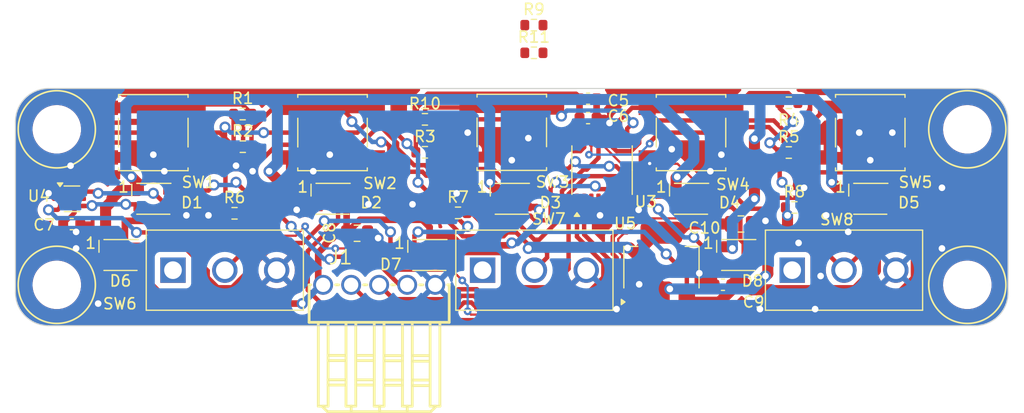
<source format=kicad_pcb>
(kicad_pcb (version 20221018) (generator pcbnew)
  (layers (0 "F.Cu" signal) (31 "B.Cu" signal) (34 "B.Paste" user) (35 "F.Paste" user) (36 "B.SilkS" user "B.Silkscreen") (37 "F.SilkS" user "F.Silkscreen") (38 "B.Mask" user) (39 "F.Mask" user) (44 "Edge.Cuts" user))
  (net 0 "")
  (net 1 "GND")
  (net 2 "+3V3")
  (net 3 "SDA")
  (net 4 "Net-(D3-DOUT)")
  (net 5 "Net-(D4-DOUT)")
  (net 6 "/SW1")
  (net 7 "/SW2")
  (net 8 "SCL")
  (net 9 "/SW3")
  (net 10 "/SW4")
  (net 11 "/SW5")
  (net 12 "/SW6")
  (net 13 "/SW7")
  (net 14 "LED")
  (net 15 "Net-(D1-DIN)")
  (net 16 "+5V")
  (net 17 "/WS2812_SINK")
  (net 18 "Net-(D1-DOUT)")
  (net 19 "Net-(D2-DOUT)")
  (net 20 "/SW8")
  (net 21 "Net-(U3-~{RESET})")
  (net 25 "Net-(D5-DOUT)")
  (net 26 "Net-(D6-DOUT)")
  (net 27 "Net-(D7-DOUT)")
  (footprint "Capacitor_SMD:C_0805_2012Metric" (layer "F.Cu") (at 156.275 97.285)
    (fp_text reference "C10")
    (fp_text value "10u")
  )
  (footprint "Resistor_SMD:R_0603_1608Metric" (layer "F.Cu") (at 137.505 79.255)
    (fp_text reference "R9")
    (fp_text value "10k")
  )
  (footprint "Resistor_SMD:R_0603_1608Metric" (layer "F.Cu") (at 130.625 96.275)
    (fp_text reference "R7")
    (fp_text value "10k")
  )
  (footprint "RP2040_minimal:MountingHole_3.9mm_Plastite_#6" (layer "F.Cu") (at 176.8 88.7)
    (fp_text reference "H3" hide)
    (fp_text value "MountingHole")
  )
  (footprint "Capacitor_SMD:C_0603_1608Metric" (layer "F.Cu") (at 154.645 102.795 180)
    (fp_text reference "C9")
    (fp_text value "1u")
  )
  (footprint "Resistor_SMD:R_0603_1608Metric" (layer "F.Cu") (at 160.615 90.805)
    (fp_text reference "R5")
    (fp_text value "10k")
  )
  (footprint "Resistor_SMD:R_0603_1608Metric" (layer "F.Cu") (at 127.625 90.785)
    (fp_text reference "R3")
    (fp_text value "10k")
  )
  (footprint "Resistor_SMD:R_0603_1608Metric" (layer "F.Cu") (at 161.125 95.785)
    (fp_text reference "R8")
    (fp_text value "10k")
  )
  (footprint "Capacitor_SMD:C_0603_1608Metric" (layer "F.Cu") (at 95.605 97.295)
    (fp_text reference "C7")
    (fp_text value "100n")
  )
  (footprint "Button_Switch_SMD:SW_SPST_B3S-1000" (layer "F.Cu") (at 168 89)
    (fp_text reference "SW5")
    (fp_text value "SW_SPST")
  )
  (footprint "parts:CS12ANW03" (layer "F.Cu") (at 104.7842 101.471 90)
    (fp_text reference "SW6")
    (fp_text value "SW_SPDT" hide)
  )
  (footprint "RP2040_minimal:LED_WS2812_3528_3.5x2.8mm_P1.5mm" (layer "F.Cu") (at 119.25 95)
    (fp_text reference "D2")
    (fp_text value "WS2812B")
  )
  (footprint "RP2040_minimal:LED_WS2812_3528_3.5x2.8mm_P1.5mm" (layer "F.Cu") (at 151.75 95)
    (fp_text reference "D4")
    (fp_text value "WS2812B")
  )
  (footprint "Button_Switch_SMD:SW_SPST_B3S-1000" (layer "F.Cu") (at 103 89)
    (fp_text reference "SW1")
    (fp_text value "SW_SPST")
  )
  (footprint "RP2040_minimal:LED_WS2812_3528_3.5x2.8mm_P1.5mm" (layer "F.Cu") (at 135.5 95)
    (fp_text reference "D3")
    (fp_text value "WS2812B")
  )
  (footprint "Resistor_SMD:R_0603_1608Metric" (layer "F.Cu") (at 110.365 96.315)
    (fp_text reference "R6")
    (fp_text value "10k")
  )
  (footprint "RP2040_minimal:LED_WS2812_3528_3.5x2.8mm_P1.5mm" (layer "F.Cu") (at 100.025 100.096)
    (fp_text reference "D6")
    (fp_text value "WS2812B")
  )
  (footprint "Capacitor_SMD:C_0603_1608Metric" (layer "F.Cu") (at 142.41566 85.921446 180)
    (fp_text reference "C5")
    (fp_text value "1u")
  )
  (footprint "Resistor_SMD:R_0603_1608Metric" (layer "F.Cu") (at 111.105 87.315)
    (fp_text reference "R1")
    (fp_text value "10k")
  )
  (footprint "RP2040_minimal:LED_WS2812_3528_3.5x2.8mm_P1.5mm" (layer "F.Cu") (at 168 95)
    (fp_text reference "D5")
    (fp_text value "WS2812B")
  )
  (footprint "Resistor_SMD:R_0603_1608Metric" (layer "F.Cu") (at 137.505 81.765)
    (fp_text reference "R11")
    (fp_text value "10k")
  )
  (footprint "Resistor_SMD:R_0603_1608Metric" (layer "F.Cu") (at 127.625 87.795)
    (fp_text reference "R10")
    (fp_text value "10k")
  )
  (footprint "Capacitor_SMD:C_0805_2012Metric" (layer "F.Cu") (at 121.475 98.125 180)
    (fp_text reference "C8")
    (fp_text value "10u")
  )
  (footprint "Button_Switch_SMD:SW_SPST_B3S-1000" (layer "F.Cu") (at 119.25 89)
    (fp_text reference "SW2")
    (fp_text value "SW_SPST")
  )
  (footprint "Button_Switch_SMD:SW_SPST_B3S-1000" (layer "F.Cu") (at 135.5 88.975)
    (fp_text reference "SW3")
    (fp_text value "SW_SPST")
  )
  (footprint "RP2040_minimal:LED_WS2812_3528_3.5x2.8mm_P1.5mm" (layer "F.Cu") (at 156.025 100.096)
    (fp_text reference "D8")
    (fp_text value "WS2812B")
  )
  (footprint "RP2040_minimal:LED_WS2812_3528_3.5x2.8mm_P1.5mm" (layer "F.Cu") (at 128.025 100.096)
    (fp_text reference "D7")
    (fp_text value "WS2812B")
  )
  (footprint "Button_Switch_SMD:SW_SPST_B3S-1000" (layer "F.Cu") (at 151.75 89)
    (fp_text reference "SW4")
    (fp_text value "SW_SPST")
  )
  (footprint "RP2040_minimal:MountingHole_3.9mm_Plastite_#6" (layer "F.Cu") (at 94.25 88.7)
    (fp_text reference "H1" hide)
    (fp_text value "MountingHole")
  )
  (footprint "Package_SO:TSSOP-16_4.4x5mm_P0.65mm" (layer "F.Cu") (at 143.685 92.4 90)
    (fp_text reference "U3")
    (fp_text value "PCA9557PW")
  )
  (footprint "Capacitor_SMD:C_0603_1608Metric" (layer "F.Cu") (at 142.41566 87.681446)
    (fp_text reference "C6")
    (fp_text value "100n")
  )
  (footprint "parts:CS12ANW03" (layer "F.Cu") (at 160.921 101.471 90)
    (fp_text reference "SW8")
    (fp_text value "SW_SPDT" hide)
  )
  (footprint "parts:CONN-TH_5P-P2.54_HCTL_HC-2510-5AW" (layer "F.Cu") (at 123.477 102.8)
    (fp_text reference "J1")
    (fp_text value "AUX Encoder" hide)
  )
  (footprint "Package_TO_SOT_SMD:SOT-363_SC-70-6" (layer "F.Cu") (at 95.625 95)
    (fp_text reference "U4")
    (fp_text value "TXS0101DCKR")
  )
  (footprint "RP2040_minimal:MountingHole_3.9mm_Plastite_#6" (layer "F.Cu") (at 94.25 102.8)
    (fp_text reference "H2" hide)
    (fp_text value "MountingHole")
  )
  (footprint "parts:CS12ANW03" (layer "F.Cu") (at 132.8526 101.471 90)
    (fp_text reference "SW7")
    (fp_text value "SW_SPDT" hide)
  )
  (footprint "RP2040_minimal:MountingHole_3.9mm_Plastite_#6" (layer "F.Cu") (at 176.8 102.8)
    (fp_text reference "H4" hide)
    (fp_text value "MountingHole")
  )
  (footprint "RP2040_minimal:LED_WS2812_3528_3.5x2.8mm_P1.5mm" (layer "F.Cu") (at 103 95)
    (fp_text reference "D1")
    (fp_text value "WS2812B")
  )
  (footprint "Resistor_SMD:R_0603_1608Metric" (layer "F.Cu") (at 111.115 90.275)
    (fp_text reference "R2")
    (fp_text value "10k")
  )
  (footprint "Package_TO_SOT_SMD:SOT-223-3_TabPin2" (layer "F.Cu") (at 149.07 101.225 90)
    (fp_text reference "U5")
    (fp_text value "TLV1117LV33DCYR")
  )
  (footprint "Resistor_SMD:R_0603_1608Metric" (layer "F.Cu") (at 160.615 86.295)
    (fp_text reference "R4")
    (fp_text value "10k")
  )
  (gr_line (start 90.5 88) (end 90.5 103.5) (stroke (width 0.1)) (layer "Edge.Cuts"))
  (gr_line (start 177.5 85) (end 93.5 85) (stroke (width 0.1)) (layer "Edge.Cuts"))
  (gr_line (start 180.5 103.5) (end 180.5 88) (stroke (width 0.1)) (layer "Edge.Cuts"))
  (gr_arc (start 180.5 103.5) (mid 179.62132 105.62132) (end 177.5 106.5) (stroke (width 0.1)) (layer "Edge.Cuts"))
  (gr_arc (start 177.5 85) (mid 179.62132 85.87868) (end 180.5 88) (stroke (width 0.1)) (layer "Edge.Cuts"))
  (gr_arc (start 90.5 88) (mid 91.37868 85.87868) (end 93.5 85) (stroke (width 0.1)) (layer "Edge.Cuts"))
  (gr_arc (start 93.5 106.5) (mid 91.37868 105.62132) (end 90.5 103.5) (stroke (width 0.1)) (layer "Edge.Cuts"))
  (gr_line (start 93.5 106.5) (end 177.5 106.5) (stroke (width 0.1)) (layer "Edge.Cuts"))
  (segment (start 155.725 91.25) (end 154.75 91.25) (width 0.4) (layer "F.Cu") (net 1))
  (segment (start 106.975 91.25) (end 103.25 91.25) (width 1) (layer "F.Cu") (net 1))
  (segment (start 99.025 91.25) (end 102.75 91.25) (width 1) (layer "F.Cu") (net 1))
  (segment (start 153.545 102.795) (end 152.5 101.75) (width 1) (layer "F.Cu") (net 1))
  (segment (start 171.975 91.25) (end 168.25 91.25) (width 1) (layer "F.Cu") (net 1))
  (segment (start 147.049987 104.095013) (end 147.049987 102.753597) (width 1) (layer "F.Cu") (net 1))
  (segment (start 145.96 95.2625) (end 146.2625 95.2625) (width 0.4) (layer "F.Cu") (net 1))
  (segment (start 158.215 97.285) (end 158.5 97) (width 1) (layer "F.Cu") (net 1))
  (segment (start 147.775 91.25) (end 147.775 91.575) (width 0.4) (layer "F.Cu") (net 1))
  (segment (start 143.36 95.2625) (end 143.36 96.36) (width 0.4) (layer "F.Cu") (net 1))
  (segment (start 157.225 97.285) (end 158.215 97.285) (width 1) (layer "F.Cu") (net 1))
  (segment (start 94.675 95) (end 94 95) (width 0.4) (layer "F.Cu") (net 1))
  (segment (start 168.25 91.25) (end 168 91.5) (width 1) (layer "F.Cu") (net 1))
  (segment (start 154.75 91.25) (end 154.5 91) (width 0.4) (layer "F.Cu") (net 1))
  (segment (start 118.75 91.25) (end 119 91) (width 1) (layer "F.Cu") (net 1))
  (segment (start 96.38 97.295) (end 96.38 97.62) (width 0.4) (layer "F.Cu") (net 1))
  (segment (start 123.225 91.25) (end 119.25 91.25) (width 1) (layer "F.Cu") (net 1))
  (segment (start 96.38 97.62) (end 96 98) (width 0.4) (layer "F.Cu") (net 1))
  (segment (start 135.225 91.225) (end 135.5 91.5) (width 1) (layer "F.Cu") (net 1))
  (segment (start 131.525 91.225) (end 135.225 91.225) (width 1) (layer "F.Cu") (net 1))
  (segment (start 146.77 104.375) (end 147.049987 104.095013) (width 1) (layer "F.Cu") (net 1))
  (segment (start 164.025 91.25) (end 167.75 91.25) (width 1) (layer "F.Cu") (net 1))
  (segment (start 144.358368 88.124951) (end 143.914863 87.681446) (width 0.6) (layer "F.Cu") (net 1))
  (segment (start 139.475 91.225) (end 135.775 91.225) (width 1) (layer "F.Cu") (net 1))
  (segment (start 153.87 102.795) (end 153.545 102.795) (width 1) (layer "F.Cu") (net 1))
  (segment (start 103.25 91.25) (end 103 91) (width 1) (layer "F.Cu") (net 1))
  (segment (start 147.775 91.575) (end 148 91.8) (width 0.4) (layer "F.Cu") (net 1))
  (segment (start 167.75 91.25) (end 168 91.5) (width 1) (layer "F.Cu") (net 1))
  (segment (start 143.914863 87.681446) (end 143.19066 87.681446) (width 0.6) (layer "F.Cu") (net 1))
  (segment (start 119.25 91.25) (end 119 91) (width 1) (layer "F.Cu") (net 1))
  (segment (start 94 95) (end 93.5 94.5) (width 0.4) (layer "F.Cu") (net 1))
  (segment (start 122.947945 98.125) (end 123.381963 98.559018) (width 0.4) (layer "F.Cu") (net 1))
  (segment (start 102.75 91.25) (end 103 91) (width 1) (layer "F.Cu") (net 1))
  (segment (start 115.275 91.25) (end 118.75 91.25) (width 1) (layer "F.Cu") (net 1))
  (segment (start 143.19066 85.921446) (end 143.19066 87.681446) (width 0.6) (layer "F.Cu") (net 1))
  (segment (start 144.01 95.2625) (end 142.71 95.2625) (width 0.4) (layer "F.Cu") (net 1))
  (segment (start 146.2625 95.2625) (end 147 96) (width 0.4) (layer "F.Cu") (net 1))
  (segment (start 143.36 96.36) (end 143.5 96.5) (width 0.4) (layer "F.Cu") (net 1))
  (segment (start 135.775 91.225) (end 135.5 91.5) (width 1) (layer "F.Cu") (net 1))
  (segment (start 122.425 98.125) (end 122.947945 98.125) (width 0.4) (layer "F.Cu") (net 1))
  (via (at 174.5 94) (size 1) (drill 0.6) (layers "F.Cu" "B.Cu") (net 1))
  (via (at 161.5 99) (size 1) (drill 0.6) (layers "F.Cu" "B.Cu") (net 1))
  (via (at 123.381963 98.559018) (size 1) (drill 0.6) (layers "F.Cu" "B.Cu") (net 1))
  (via (at 104 92.5) (size 1) (drill 0.6) (layers "F.Cu" "B.Cu") (net 1))
  (via (at 143.5 96.5) (size 1) (drill 0.6) (layers "F.Cu" "B.Cu") (net 1))
  (via (at 106 96.5) (size 1) (drill 0.6) (layers "F.Cu" "B.Cu") (net 1))
  (via (at 168 91.5) (size 1) (drill 0.6) (layers "F.Cu" "B.Cu") (net 1))
  (via (at 135.5 91.5) (size 1) (drill 0.6) (layers "F.Cu" "B.Cu") (net 1))
  (via (at 112 92.5) (size 1) (drill 0.6) (layers "F.Cu" "B.Cu") (net 1))
  (via (at 150 90.5) (size 1) (drill 0.6) (layers "F.Cu" "B.Cu") (net 1))
  (via (at 158.5 97) (size 1) (drill 0.6) (layers "F.Cu" "B.Cu") (net 1))
  (via (at 144.358368 88.124951) (size 1) (drill 0.6) (layers "F.Cu" "B.Cu") (net 1))
  (via (at 108 96.5) (size 1) (drill 0.6) (layers "F.Cu" "B.Cu") (net 1))
  (via (at 119 91) (size 1) (drill 0.6) (layers "F.Cu" "B.Cu") (net 1))
  (via (at 162.999998 105) (size 1) (drill 0.6) (layers "F.Cu" "B.Cu") (net 1))
  (via (at 122.5 95.5) (size 1) (drill 0.6) (layers "F.Cu" "B.Cu") (net 1))
  (via (at 145 105) (size 1) (drill 0.6) (layers "F.Cu" "B.Cu") (net 1))
  (via (at 174.5 99.5) (size 1) (drill 0.6) (layers "F.Cu" "B.Cu") (net 1))
  (via (at 116 96) (size 1) (drill 0.6) (layers "F.Cu" "B.Cu") (net 1))
  (via (at 148 91.8) (size 0.7) (drill 0.3) (layers "F.Cu" "B.Cu") (net 1))
  (via (at 170 89) (size 1) (drill 0.6) (layers "F.Cu" "B.Cu") (net 1))
  (via (at 154.5 91) (size 1) (drill 0.6) (layers "F.Cu" "B.Cu") (net 1))
  (via (at 126.5 95.5) (size 1) (drill 0.6) (layers "F.Cu" "B.Cu") (net 1))
  (via (at 95.5 92) (size 1) (drill 0.6) (layers "F.Cu" "B.Cu") (net 1))
  (via (at 130.5 94.5) (size 1) (drill 0.6) (layers "F.Cu" "B.Cu") (net 1))
  (via (at 167 89) (size 1) (drill 0.6) (layers "F.Cu" "B.Cu") (net 1))
  (via (at 153.5 92.5) (size 1) (drill 0.6) (layers "F.Cu" "B.Cu") (net 1))
  (via (at 164 96.5) (size 1) (drill 0.6) (layers "F.Cu" "B.Cu") (net 1))
  (via (at 162 94) (size 1) (drill 0.6) (layers "F.Cu" "B.Cu") (net 1))
  (via (at 103 91) (size 1) (drill 0.6) (layers "F.Cu" "B.Cu") (net 1))
  (via (at 117.5 92.5) (size 1) (drill 0.6) (layers "F.Cu" "B.Cu") (net 1))
  (via (at 131.5 89) (size 1) (drill 0.6) (layers "F.Cu" "B.Cu") (net 1))
  (via (at 166 98) (size 1) (drill 0.6) (layers "F.Cu" "B.Cu") (net 1))
  (via (at 96 99.5) (size 1) (drill 0.6) (layers "F.Cu" "B.Cu") (net 1))
  (via (at 110.5 92) (size 1) (drill 0.6) (layers "F.Cu" "B.Cu") (net 1))
  (via (at 147.049987 102.753597) (size 1) (drill 0.6) (layers "F.Cu" "B.Cu") (net 1))
  (via (at 137 89.5) (size 1) (drill 0.6) (layers "F.Cu" "B.Cu") (net 1))
  (via (at 163.5 102) (size 1) (drill 0.6) (layers "F.Cu" "B.Cu") (net 1))
  (via (at 98 104.5) (size 1) (drill 0.6) (layers "F.Cu" "B.Cu") (net 1))
  (via (at 96 98) (size 1) (drill 0.6) (layers "F.Cu" "B.Cu") (net 1))
  (via (at 93.5 94.5) (size 1) (drill 0.6) (layers "F.Cu" "B.Cu") (net 1))
  (via (at 152.5 101.75) (size 1) (drill 0.6) (layers "F.Cu" "B.Cu") (net 1))
  (via (at 147 96) (size 1) (drill 0.6) (layers "F.Cu" "B.Cu") (net 1))
  (via (at 158 104.999998) (size 1) (drill 0.6) (layers "F.Cu" "B.Cu") (net 1))
  (segment (start 151.34637 97.285) (end 155.325 97.285) (width 1) (layer "F.Cu") (net 2))
  (segment (start 146.182233 99.45) (end 146 99.45) (width 1) (layer "F.Cu") (net 2))
  (segment (start 158.9076 89.9226) (end 158.895025 89.9226) (width 0.4) (layer "F.Cu") (net 2))
  (segment (start 158.712056 101.787944) (end 158.712056 99.287944) (width 1) (layer "F.Cu") (net 2))
  (segment (start 158.5 102) (end 158.712056 101.787944) (width 1) (layer "F.Cu") (net 2))
  (segment (start 159.79 93.29) (end 159.79 90.805) (width 0.4) (layer "F.Cu") (net 2))
  (segment (start 129.8 97.13105) (end 131.06895 98.4) (width 0.4) (layer "F.Cu") (net 2))
  (segment (start 134.756497 98.4) (end 135.106497 98.05) (width 0.4) (layer "F.Cu") (net 2))
  (segment (start 149.07 103) (end 147.25 101.18) (width 1) (layer "F.Cu") (net 2))
  (segment (start 126 90) (end 124 88) (width 0.4) (layer "F.Cu") (net 2))
  (segment (start 159.79 86.295) (end 159.79 86.79) (width 0.4) (layer "F.Cu") (net 2))
  (segment (start 149.07 98.075) (end 150.55637 98.075) (width 1) (layer "F.Cu") (net 2))
  (segment (start 135.893503 98.05) (end 137 99.156497) (width 0.4) (layer "F.Cu") (net 2))
  (segment (start 158.712056 99.287944) (end 160.5 97.5) (width 1) (layer "F.Cu") (net 2))
  (segment (start 147.25 100.517767) (end 146.182233 99.45) (width 1) (layer "F.Cu") (net 2))
  (segment (start 99.05 89) (end 97.85 90.2) (width 0.4) (layer "F.Cu") (net 2))
  (segment (start 95.059878 94.35) (end 95.85 95.140122) (width 0.4) (layer "F.Cu") (net 2))
  (segment (start 126.8 86.7) (end 126.8 87.795) (width 0.6) (layer "F.Cu") (net 2))
  (segment (start 147.25 100.517767) (end 147.25 99.482233) (width 1) (layer "F.Cu") (net 2))
  (segment (start 127.925 85.575) (end 126.8 86.7) (width 0.6) (layer "F.Cu") (net 2))
  (segment (start 160.3 96.3) (end 160.5 96.5) (width 0.4) (layer "F.Cu") (net 2))
  (segment (start 160.5 97.5) (end 160.5 96.5) (width 1) (layer "F.Cu") (net 2))
  (segment (start 126 90) (end 126.015 90) (width 0.4) (layer "F.Cu") (net 2))
  (segment (start 141.64066 85.921446) (end 141.294214 85.575) (width 0.6) (layer "F.Cu") (net 2))
  (segment (start 126.015 90) (end 126.8 90.785) (width 0.4) (layer "F.Cu") (net 2))
  (segment (start 129.775 96.275) (end 127 93.5) (width 0.4) (layer "F.Cu") (net 2))
  (segment (start 149.07 103) (end 149.656496 103) (width 1) (layer "F.Cu") (net 2))
  (segment (start 160.3 95.785) (end 160.3 96.3) (width 0.4) (layer "F.Cu") (net 2))
  (segment (start 149.656496 103) (end 149.828248 103.171752) (width 1) (layer "F.Cu") (net 2))
  (segment (start 129.8 96.275) (end 129.775 96.275) (width 0.4) (layer "F.Cu") (net 2))
  (segment (start 110.29 90.275) (end 109.5075 89.4925) (width 0.4) (layer "F.Cu") (net 2))
  (segment (start 95.85 95.340122) (end 96.190122 95) (width 0.4) (layer "F.Cu") (net 2))
  (segment (start 109.54 91.025) (end 110.29 90.275) (width 0.4) (layer "F.Cu") (net 2))
  (segment (start 109.5075 89.4925) (end 109.015 89) (width 0.4) (layer "F.Cu") (net 2))
  (segment (start 121.5 89) (end 113 89) (width 0.4) (layer "F.Cu") (net 2))
  (segment (start 109.54 96.315) (end 109.54 91.025) (width 0.4) (layer "F.Cu") (net 2))
  (segment (start 141.64066 87.681446) (end 141.36 87.962106) (width 0.6) (layer "F.Cu") (net 2))
  (segment (start 147.25 99.482233) (end 148.657233 98.075) (width 1) (layer "F.Cu") (net 2))
  (segment (start 141.294214 85.575) (end 127.925 85.575) (width 0.6) (layer "F.Cu") (net 2))
  (segment (start 122.5 88) (end 121.5 89) (width 0.4) (layer "F.Cu") (net 2))
  (segment (start 160 93.5) (end 159.79 93.29) (width 0.4) (layer "F.Cu") (net 2))
  (segment (start 137 99.156497) (end 137 99.5) (width 0.4) (layer "F.Cu") (net 2))
  (segment (start 141.64066 85.921446) (end 141.64066 87.681446) (width 0.6) (layer "F.Cu") (net 2))
  (segment (start 148.657233 98.075) (end 149.07 98.075) (width 1) (layer "F.Cu") (net 2))
  (segment (start 94.675 94.35) (end 95.059878 94.35) (width 0.4) (layer "F.Cu") (net 2))
  (segment (start 149.07 104.375) (end 149.07 103) (width 1) (layer "F.Cu") (net 2))
  (segment (start 135.106497 98.05) (end 135.893503 98.05) (width 0.4) (layer "F.Cu") (net 2))
  (segment (start 97.85 91.65) (end 95.15 94.35) (width 0.4) (layer "F.Cu") (net 2))
  (segment (start 110.28 90.265) (end 110.29 90.275) (width 0.4) (layer "F.Cu") (net 2))
  (segment (start 110.28 87.315) (end 110.28 90.265) (width 0.4) (layer "F.Cu") (net 2))
  (segment (start 147.25 101.18) (end 147.25 100.517767) (width 1) (layer "F.Cu") (net 2))
  (segment (start 109.5 88.5) (end 109.5 89.485) (width 0.4) (layer "F.Cu") (net 2))
  (segment (start 159.79 86.79) (end 161 88) (width 0.4) (layer "F.Cu") (net 2))
  (segment (start 96.190122 95) (end 96.575 95) (width 0.4) (layer "F.Cu") (net 2))
  (segment (start 141.36 87.962106) (end 141.36 89.5375) (width 0.6) (layer "F.Cu") (net 2))
  (segment (start 159.79 90.805) (end 158.9076 89.9226) (width 0.4) (layer "F.Cu") (net 2))
  (segment (start 97.85 90.2) (end 97.85 91.65) (width 0.4) (layer "F.Cu") (net 2))
  (segment (start 109.5 89.485) (end 109.5075 89.4925) (width 0.4) (layer "F.Cu") (net 2))
  (segment (start 150.55637 98.075) (end 151.34637 97.285) (width 1) (layer "F.Cu") (net 2))
  (segment (start 95.85 96.275) (end 95.85 95.340122) (width 0.4) (layer "F.Cu") (net 2))
  (segment (start 126.8 87.795) (end 126.8 90.785) (width 0.4) (layer "F.Cu") (net 2))
  (segment (start 124 88) (end 122.5 88) (width 0.4) (layer "F.Cu") (net 2))
  (segment (start 131.06895 98.4) (end 134.756497 98.4) (width 0.4) (layer "F.Cu") (net 2))
  (segment (start 95.85 95.140122) (end 95.85 95.340122) (width 0.4) (layer "F.Cu") (net 2))
  (segment (start 94.83 97.295) (end 95.85 96.275) (width 0.4) (layer "F.Cu") (net 2))
  (segment (start 129.8 96.275) (end 129.8 97.13105) (width 0.4) (layer "F.Cu") (net 2))
  (segment (start 95.15 94.35) (end 95.059878 94.35) (width 0.4) (layer "F.Cu") (net 2))
  (segment (start 109.015 89) (end 99.05 89) (width 0.4) (layer "F.Cu") (net 2))
  (via (at 158.895025 89.9226) (size 1) (drill 0.6) (layers "F.Cu" "B.Cu") (net 2))
  (via (at 137 99.5) (size 1) (drill 0.6) (layers "F.Cu" "B.Cu") (net 2))
  (via (at 158.5 102) (size 1) (drill 0.6) (layers "F.Cu" "B.Cu") (net 2))
  (via (at 146 99.45) (size 1) (drill 0.6) (layers "F.Cu" "B.Cu") (net 2))
  (via (at 127 93.5) (size 1) (drill 0.6) (layers "F.Cu" "B.Cu") (net 2))
  (via (at 160.5 96.5) (size 1) (drill 0.6) (layers "F.Cu" "B.Cu") (net 2))
  (via (at 149.828248 103.171752) (size 1) (drill 0.6) (layers "F.Cu" "B.Cu") (net 2))
  (via (at 126 90) (size 1) (drill 0.6) (layers "F.Cu" "B.Cu") (net 2))
  (via (at 160 93.5) (size 1) (drill 0.6) (layers "F.Cu" "B.Cu") (net 2))
  (via (at 109.5 88.5) (size 1) (drill 0.6) (layers "F.Cu" "B.Cu") (net 2))
  (via (at 161 88) (size 1) (drill 0.6) (layers "F.Cu" "B.Cu") (net 2))
  (via (at 113 89) (size 1) (drill 0.6) (layers "F.Cu" "B.Cu") (net 2))
  (segment (start 137 99.5) (end 137.1 99.4) (width 1) (layer "B.Cu") (net 2))
  (segment (start 158.5 102) (end 157.328248 103.171752) (width 1) (layer "B.Cu") (net 2))
  (segment (start 145.95 99.4) (end 146 99.45) (width 1) (layer "B.Cu") (net 2))
  (segment (start 127 93.5) (end 127 91) (width 0.4) (layer "B.Cu") (net 2))
  (segment (start 160.5 94) (end 160 93.5) (width 0.4) (layer "B.Cu") (net 2))
  (segment (start 137.1 99.4) (end 145.95 99.4) (width 1) (layer "B.Cu") (net 2))
  (segment (start 160.5 96.5) (end 160.5 94) (width 0.4) (layer "B.Cu") (net 2))
  (segment (start 110 89) (end 109.5 88.5) (width 0.4) (layer "B.Cu") (net 2))
  (segment (start 127 91) (end 126 90) (width 0.4) (layer "B.Cu") (net 2))
  (segment (start 161 88) (end 159.0774 89.9226) (width 0.4) (layer "B.Cu") (net 2))
  (segment (start 113 89) (end 110 89) (width 0.4) (layer "B.Cu") (net 2))
  (segment (start 159.0774 89.9226) (end 158.895025 89.9226) (width 0.4) (layer "B.Cu") (net 2))
  (segment (start 157.328248 103.171752) (end 149.828248 103.171752) (width 1) (layer "B.Cu") (net 2))
  (segment (start 142.06 98.23984) (end 142.06 95.2625) (width 0.4) (layer "F.Cu") (net 3))
  (segment (start 144.4006 102.36156) (end 144.4006 100.58044) (width 0.4) (layer "F.Cu") (net 3))
  (segment (start 120.937 102.8) (end 122.837 104.7) (width 0.4) (layer "F.Cu") (net 3))
  (segment (start 130.020101 104.7) (end 130.920101 103.8) (width 0.4) (layer "F.Cu") (net 3))
  (segment (start 132.079899 103.8) (end 132.679899 104.4) (width 0.4) (layer "F.Cu") (net 3))
  (segment (start 130.920101 103.8) (end 132.079899 103.8) (width 0.4) (layer "F.Cu") (net 3))
  (segment (start 144.4006 100.58044) (end 142.06 98.23984) (width 0.4) (layer "F.Cu") (net 3))
  (segment (start 122.837 104.7) (end 130.020101 104.7) (width 0.4) (layer "F.Cu") (net 3))
  (segment (start 142.36216 104.4) (end 144.4006 102.36156) (width 0.4) (layer "F.Cu") (net 3))
  (segment (start 132.679899 104.4) (end 142.36216 104.4) (width 0.4) (layer "F.Cu") (net 3))
  (segment (start 146.553722 93.5) (end 145.553722 92.5) (width 0.4) (layer "F.Cu") (net 4))
  (segment (start 136.85 94.25) (end 138.825 92.275) (width 0.4) (layer "F.Cu") (net 4))
  (segment (start 145.553722 92.5) (end 145.410909 92.5) (width 0.4) (layer "F.Cu") (net 4))
  (segment (start 144.96091 92.05) (end 144.328248 92.05) (width 0.4) (layer "F.Cu") (net 4))
  (segment (start 147.306497 93.5) (end 146.553722 93.5) (width 0.4) (layer "F.Cu") (net 4))
  (segment (start 145.410909 92.5) (end 144.96091 92.05) (width 0.4) (layer "F.Cu") (net 4))
  (segment (start 140.615061 92.275) (end 141.265061 91.625) (width 0.4) (layer "F.Cu") (net 4))
  (segment (start 148.606497 94.8) (end 147.306497 93.5) (width 0.4) (layer "F.Cu") (net 4))
  (segment (start 138.825 92.275) (end 140.615061 92.275) (width 0.4) (layer "F.Cu") (net 4))
  (segment (start 150.4 95.75) (end 149.45 94.8) (width 0.4) (layer "F.Cu") (net 4))
  (segment (start 149.45 94.8) (end 148.606497 94.8) (width 0.4) (layer "F.Cu") (net 4))
  (via (at 141.265061 91.625) (size 1) (drill 0.6) (layers "F.Cu" "B.Cu") (net 4))
  (via (at 144.328248 92.05) (size 1) (drill 0.6) (layers "F.Cu" "B.Cu") (net 4))
  (segment (start 144.328248 92.05) (end 141.690061 92.05) (width 0.4) (layer "B.Cu") (net 4))
  (segment (start 141.690061 92.05) (end 141.265061 91.625) (width 0.4) (layer "B.Cu") (net 4))
  (segment (start 165.25 95.75) (end 166.65 95.75) (width 0.4) (layer "F.Cu") (net 5))
  (segment (start 156.9 95.9) (end 158.6 95.9) (width 0.4) (layer "F.Cu") (net 5))
  (segment (start 159.59 94.91) (end 164.41 94.91) (width 0.4) (layer "F.Cu") (net 5))
  (segment (start 158.6 95.9) (end 159.59 94.91) (width 0.4) (layer "F.Cu") (net 5))
  (segment (start 155.25 94.25) (end 156.9 95.9) (width 0.4) (layer "F.Cu") (net 5))
  (segment (start 164.41 94.91) (end 165.25 95.75) (width 0.4) (layer "F.Cu") (net 5))
  (segment (start 153.1 94.25) (end 155.25 94.25) (width 0.4) (layer "F.Cu") (net 5))
  (segment (start 139.018288 93.981712) (end 139.5 93.5) (width 0.4) (layer "F.Cu") (net 6))
  (segment (start 137.606495 96.95) (end 138.893503 96.95) (width 0.4) (layer "F.Cu") (net 6))
  (segment (start 123.243503 88.6) (end 123.751472 88.6) (width 0.4) (layer "F.Cu") (net 6))
  (segment (start 121.743503 90.1) (end 123.243503 88.6) (width 0.4) (layer "F.Cu") (net 6))
  (segment (start 111.14 88.105) (end 111.14 90.80407) (width 0.4) (layer "F.Cu") (net 6))
  (segment (start 139.018288 96.825215) (end 139.018288 93.981712) (width 0.4) (layer "F.Cu") (net 6))
  (segment (start 144.66 94.465122) (end 144.66 95.2625) (width 0.4) (layer "F.Cu") (net 6))
  (segment (start 143.059408 93.849704) (end 143.334704 94.125) (width 0.4) (layer "F.Cu") (net 6))
  (segment (start 137.181495 96.525) (end 137.606495 96.95) (width 0.4) (layer "F.Cu") (net 6))
  (segment (start 143.334704 94.125) (end 144.319878 94.125) (width 0.4) (layer "F.Cu") (net 6))
  (segment (start 138.893503 96.95) (end 139.018288 96.825215) (width 0.4) (layer "F.Cu") (net 6))
  (segment (start 144.319878 94.125) (end 144.66 94.465122) (width 0.4) (layer "F.Cu") (net 6))
  (segment (start 113.15 91.15) (end 114.2 90.1) (width 0.4) (layer "F.Cu") (net 6))
  (segment (start 136 96.525) (end 137.181495 96.525) (width 0.4) (layer "F.Cu") (net 6))
  (segment (start 99.025 86.75) (end 106.975 86.75) (width 1) (layer "F.Cu") (net 6))
  (segment (start 114.2 90.1) (end 121.743503 90.1) (width 0.4) (layer "F.Cu") (net 6))
  (segment (start 107.285 86.44) (end 106.975 86.75) (width 0.4) (layer "F.Cu") (net 6))
  (segment (start 111.055 86.44) (end 107.285 86.44) (width 0.4) (layer "F.Cu") (net 6))
  (segment (start 111.93 87.315) (end 111.055 86.44) (width 0.4) (layer "F.Cu") (net 6))
  (segment (start 111.48593 91.15) (end 113.15 91.15) (width 0.4) (layer "F.Cu") (net 6))
  (segment (start 123.751472 88.6) (end 125.1 89.948528) (width 0.4) (layer "F.Cu") (net 6))
  (segment (start 127.642031 91.95) (end 127.992031 92.3) (width 0.4) (layer "F.Cu") (net 6))
  (segment (start 136 94.5) (end 136 96.525) (width 0.4) (layer "F.Cu") (net 6))
  (segment (start 126.63593 91.95) (end 127.642031 91.95) (width 0.4) (layer "F.Cu") (net 6))
  (segment (start 133.8 92.3) (end 136 94.5) (width 0.4) (layer "F.Cu") (net 6))
  (segment (start 127.992031 92.3) (end 133.8 92.3) (width 0.4) (layer "F.Cu") (net 6))
  (segment (start 125.1 90.41407) (end 126.63593 91.95) (width 0.4) (layer "F.Cu") (net 6))
  (segment (start 125.1 89.948528) (end 125.1 90.41407) (width 0.4) (layer "F.Cu") (net 6))
  (segment (start 111.93 87.315) (end 111.14 88.105) (width 0.4) (layer "F.Cu") (net 6))
  (segment (start 111.14 90.80407) (end 111.48593 91.15) (width 0.4) (layer "F.Cu") (net 6))
  (via (at 139.5 93.5) (size 1) (drill 0.6) (layers "F.Cu" "B.Cu") (net 6))
  (via (at 143.059408 93.849704) (size 1) (drill 0.6) (layers "F.Cu" "B.Cu") (net 6))
  (segment (start 143.059408 93.849704) (end 139.849704 93.849704) (width 0.4) (layer "B.Cu") (net 6))
  (segment (start 139.849704 93.849704) (end 139.5 93.5) (width 0.4) (layer "B.Cu") (net 6))
  (segment (start 117 103.2678) (end 117 99.737258) (width 0.4) (layer "F.Cu") (net 7))
  (segment (start 119.75 93.475) (end 123.025 93.475) (width 0.4) (layer "F.Cu") (net 7))
  (segment (start 120 86.75) (end 123.225 86.75) (width 1) (layer "F.Cu") (net 7))
  (segment (start 145.31 97.780811) (end 144.65 98.440812) (width 0.4) (layer "F.Cu") (net 7))
  (segment (start 118.837258 97.9) (end 118.948528 97.9) (width 0.4) (layer "F.Cu") (net 7))
  (segment (start 145.0006 102.792293) (end 142.792893 105) (width 0.4) (layer "F.Cu") (net 7))
  (segment (start 145.31 95.2625) (end 145.31 97.780811) (width 0.4) (layer "F.Cu") (net 7))
  (segment (start 124.4 92.1) (end 124.4 90.2) (width 0.4) (layer "F.Cu") (net 7))
  (segment (start 121 87.75) (end 121 88) (width 0.4) (layer "F.Cu") (net 7))
  (segment (start 123.025 93.475) (end 124.4 92.1) (width 0.4) (layer "F.Cu") (net 7))
  (segment (start 130.268629 105.3) (end 119.0322 105.3) (width 0.4) (layer "F.Cu") (net 7))
  (segment (start 124.4 90.2) (end 124.046016 89.846016) (width 0.4) (layer "F.Cu") (net 7))
  (segment (start 144.65 98.440812) (end 144.65 99.981312) (width 0.4) (layer "F.Cu") (net 7))
  (segment (start 115.275 86.75) (end 120 86.75) (width 1) (layer "F.Cu") (net 7))
  (segment (start 119.75 97.098528) (end 119.75 93.475) (width 0.4) (layer "F.Cu") (net 7))
  (segment (start 120 86.75) (end 121 87.75) (width 0.4) (layer "F.Cu") (net 7))
  (segment (start 117 99.737258) (end 118.837258 97.9) (width 0.4) (layer "F.Cu") (net 7))
  (segment (start 118.948528 97.9) (end 119.75 97.098528) (width 0.4) (layer "F.Cu") (net 7))
  (segment (start 111.94 90.275) (end 111.9 90.235) (width 0.4) (layer "F.Cu") (net 7))
  (segment (start 145.0006 100.331912) (end 145.0006 102.792293) (width 0.4) (layer "F.Cu") (net 7))
  (segment (start 132.3 105) (end 132.3 104.868629) (width 0.4) (layer "F.Cu") (net 7))
  (segment (start 131.831371 104.4) (end 131.168629 104.4) (width 0.4) (layer "F.Cu") (net 7))
  (segment (start 111.9 88.751472) (end 113.901472 86.75) (width 0.4) (layer "F.Cu") (net 7))
  (segment (start 111.9 90.235) (end 111.9 88.751472) (width 0.4) (layer "F.Cu") (net 7))
  (segment (start 131.168629 104.4) (end 130.268629 105.3) (width 0.4) (layer "F.Cu") (net 7))
  (segment (start 113.901472 86.75) (end 115.275 86.75) (width 0.4) (layer "F.Cu") (net 7))
  (segment (start 142.792893 105) (end 132.3 105) (width 0.4) (layer "F.Cu") (net 7))
  (segment (start 132.3 104.868629) (end 131.831371 104.4) (width 0.4) (layer "F.Cu") (net 7))
  (segment (start 119.0322 105.3) (end 117 103.2678) (width 0.4) (layer "F.Cu") (net 7))
  (segment (start 144.65 99.981312) (end 145.0006 100.331912) (width 0.4) (layer "F.Cu") (net 7))
  (segment (start 124.046016 89.846016) (end 123.653984 89.846016) (width 0.4) (layer "F.Cu") (net 7))
  (via (at 121 88) (size 1) (drill 0.6) (layers "F.Cu" "B.Cu") (net 7))
  (via (at 123.653984 89.846016) (size 1) (drill 0.6) (layers "F.Cu" "B.Cu") (net 7))
  (segment (start 121 88) (end 122.846016 89.846016) (width 0.4) (layer "B.Cu") (net 7))
  (segment (start 122.846016 89.846016) (end 123.653984 89.846016) (width 0.4) (layer "B.Cu") (net 7))
  (segment (start 143.8006 100.828968) (end 141.41 98.438368) (width 0.4) (layer "F.Cu") (net 8))
  (segment (start 130.671573 103.2) (end 132.328427 103.2) (width 0.4) (layer "F.Cu") (net 8))
  (segment (start 132.328427 103.2) (end 132.749427 103.621) (width 0.4) (layer "F.Cu") (net 8))
  (segment (start 142.292632 103.621) (end 143.8006 102.113032) (width 0.4) (layer "F.Cu") (net 8))
  (segment (start 123.477 102.8) (end 124.777 104.1) (width 0.4) (layer "F.Cu") (net 8))
  (segment (start 132.749427 103.621) (end 142.292632 103.621) (width 0.4) (layer "F.Cu") (net 8))
  (segment (start 143.8006 102.113032) (end 143.8006 100.828968) (width 0.4) (layer "F.Cu") (net 8))
  (segment (start 141.41 98.438368) (end 141.41 95.2625) (width 0.4) (layer "F.Cu") (net 8))
  (segment (start 124.777 104.1) (end 129.771573 104.1) (width 0.4) (layer "F.Cu") (net 8))
  (segment (start 129.771573 104.1) (end 130.671573 103.2) (width 0.4) (layer "F.Cu") (net 8))
  (segment (start 140 87.5) (end 140 87.25) (width 0.4) (layer "F.Cu") (net 9))
  (segment (start 140 87.25) (end 139.475 86.725) (width 0.4) (layer "F.Cu") (net 9))
  (segment (start 127.65 89.985) (end 127.65 86.85) (width 0.4) (layer "F.Cu") (net 9))
  (segment (start 131.525 86.725) (end 139.475 86.725) (width 1) (layer "F.Cu") (net 9))
  (segment (start 127.775 86.725) (end 131.525 86.725) (width 0.4) (layer "F.Cu") (net 9))
  (segment (start 145.96 89.5375) (end 145.96 88.640002) (width 0.4) (layer "F.Cu") (net 9))
  (segment (start 127.65 86.85) (end 127.775 86.725) (width 0.4) (layer "F.Cu") (net 9))
  (segment (start 145.96 88.640002) (end 146.5 88.100002) (width 0.4) (layer "F.Cu") (net 9))
  (segment (start 128.45 90.785) (end 127.65 89.985) (width 0.4) (layer "F.Cu") (net 9))
  (via (at 140 87.5) (size 1) (drill 0.6) (layers "F.Cu" "B.Cu") (net 9))
  (via (at 146.5 88.100002) (size 1) (drill 0.6) (layers "F.Cu" "B.Cu") (net 9))
  (segment (start 140.5 87) (end 145.399998 87) (width 0.4) (layer "B.Cu") (net 9))
  (segment (start 140 87.5) (end 140.5 87) (width 0.4) (layer "B.Cu") (net 9))
  (segment (start 145.399998 87) (end 146.5 88.100002) (width 0.4) (layer "B.Cu") (net 9))
  (segment (start 145.31 89.5375) (end 145.31 87.846497) (width 0.4) (layer "F.Cu") (net 10))
  (segment (start 157.055 85.42) (end 155.725 86.75) (width 0.4) (layer "F.Cu") (net 10))
  (segment (start 161.44 86.295) (end 160.565 85.42) (width 0.4) (layer "F.Cu") (net 10))
  (segment (start 146.406497 86.75) (end 147.775 86.75) (width 0.4) (layer "F.Cu") (net 10))
  (segment (start 160.565 85.42) (end 157.055 85.42) (width 0.4) (layer "F.Cu") (net 10))
  (segment (start 145.31 87.846497) (end 146.406497 86.75) (width 0.4) (layer "F.Cu") (net 10))
  (segment (start 147.775 86.75) (end 155.725 86.75) (width 1) (layer "F.Cu") (net 10))
  (segment (start 159.248528 87.9) (end 161.44 90.091472) (width 0.4) (layer "F.Cu") (net 11))
  (segment (start 145.000122 90.675) (end 146.325 90.675) (width 0.4) (layer "F.Cu") (net 11))
  (segment (start 161.44 90.805) (end 161.44 89.335) (width 0.4) (layer "F.Cu") (net 11))
  (segment (start 144.66 90.334878) (end 145.000122 90.675) (width 0.4) (layer "F.Cu") (net 11))
  (segment (start 164.025 86.75) (end 171.975 86.75) (width 1) (layer "F.Cu") (net 11))
  (segment (start 161.44 90.091472) (end 161.44 90.805) (width 0.4) (layer "F.Cu") (net 11))
  (segment (start 147.05 89.506495) (end 148.656495 87.9) (width 0.4) (layer "F.Cu") (net 11))
  (segment (start 146.325 90.675) (end 147.05 89.95) (width 0.4) (layer "F.Cu") (net 11))
  (segment (start 161.44 89.335) (end 164.025 86.75) (width 0.4) (layer "F.Cu") (net 11))
  (segment (start 144.66 89.5375) (end 144.66 90.334878) (width 0.4) (layer "F.Cu") (net 11))
  (segment (start 147.05 89.95) (end 147.05 89.506495) (width 0.4) (layer "F.Cu") (net 11))
  (segment (start 148.656495 87.9) (end 159.248528 87.9) (width 0.4) (layer "F.Cu") (net 11))
  (segment (start 149.147918 92.5) (end 149.822918 91.825) (width 0.2) (layer "F.Cu") (net 12))
  (segment (start 144.01 89.5375) (end 144.01 90.391984) (width 0.2) (layer "F.Cu") (net 12))
  (segment (start 150.527082 91.825) (end 152 93.297918) (width 0.2) (layer "F.Cu") (net 12))
  (segment (start 113.225 98.35) (end 111.19 96.315) (width 0.2) (layer "F.Cu") (net 12))
  (segment (start 152 93.297918) (end 152 95.5) (width 0.2) (layer "F.Cu") (net 12))
  (segment (start 144.01 90.391984) (end 145.618016 92) (width 0.2) (layer "F.Cu") (net 12))
  (segment (start 149.822918 91.825) (end 150.527082 91.825) (width 0.2) (layer "F.Cu") (net 12))
  (segment (start 142.999999 105.5) (end 131.8 105.5) (width 0.2) (layer "F.Cu") (net 12))
  (segment (start 145.647918 98.15) (end 145.15 98.647918) (width 0.2) (layer "F.Cu") (net 12))
  (segment (start 130.132377 101.521) (end 131.011377 102.4) (width 0.2) (layer "F.Cu") (net 12))
  (segment (start 111.19 99.7642) (end 111.19 96.315) (width 0.4) (layer "F.Cu") (net 12))
  (segment (start 150.725 96.775) (end 147.331358 96.775) (width 0.2) (layer "F.Cu") (net 12))
  (segment (start 145.15 99.774206) (end 145.5006 100.124806) (width 0.2) (layer "F.Cu") (net 12))
  (segment (start 131.8 105.5) (end 131.5 105.2) (width 0.2) (layer "F.Cu") (net 12))
  (segment (start 145.956358 98.15) (end 145.647918 98.15) (width 0.2) (layer "F.Cu") (net 12))
  (segment (start 145.15 98.647918) (end 145.15 99.774206) (width 0.2) (layer "F.Cu") (net 12))
  (segment (start 145.5006 100.124806) (end 145.5006 102.999399) (width 0.2) (layer "F.Cu") (net 12))
  (segment (start 115.919001 98.35) (end 113.225 98.35) (width 0.2) (layer "F.Cu") (net 12))
  (segment (start 147.331358 96.775) (end 145.956358 98.15) (width 0.2) (layer "F.Cu") (net 12))
  (segment (start 109.4832 101.471) (end 111.19 99.7642) (width 0.4) (layer "F.Cu") (net 12))
  (segment (start 146.5 92) (end 147 92.5) (width 0.2) (layer "F.Cu") (net 12))
  (segment (start 145.5006 102.999399) (end 142.999999 105.5) (width 0.2) (layer "F.Cu") (net 12))
  (segment (start 145.618016 92) (end 146.5 92) (width 0.2) (layer "F.Cu") (net 12))
  (segment (start 116.769001 97.5) (end 115.919001 98.35) (width 0.2) (layer "F.Cu") (net 12))
  (segment (start 147 92.5) (end 149.147918 92.5) (width 0.2) (layer "F.Cu") (net 12))
  (segment (start 122.722584 99.5) (end 124.743584 101.521) (width 0.2) (layer "F.Cu") (net 12))
  (segment (start 124.743584 101.521) (end 130.132377 101.521) (width 0.2) (layer "F.Cu") (net 12))
  (segment (start 152 95.5) (end 150.725 96.775) (width 0.2) (layer "F.Cu") (net 12))
  (segment (start 119.5 99.5) (end 122.722584 99.5) (width 0.2) (layer "F.Cu") (net 12))
  (via (at 131.5 105.2) (size 0.7) (drill 0.3) (layers "F.Cu" "B.Cu") (net 12))
  (via (at 116.769001 97.5) (size 0.7) (drill 0.3) (layers "F.Cu" "B.Cu") (net 12))
  (via (at 119.5 99.5) (size 0.7) (drill 0.3) (layers "F.Cu" "B.Cu") (net 12))
  (via (at 131.011377 102.4) (size 0.7) (drill 0.3) (layers "F.Cu" "B.Cu") (net 12))
  (segment (start 118.5 99.5) (end 116.769001 97.769001) (width 0.2) (layer "B.Cu") (net 12))
  (segment (start 131.5 102.888623) (end 131.011377 102.4) (width 0.2) (layer "B.Cu") (net 12))
  (segment (start 119.5 99.5) (end 118.5 99.5) (width 0.2) (layer "B.Cu") (net 12))
  (segment (start 116.769001 97.769001) (end 116.769001 97.5) (width 0.2) (layer "B.Cu") (net 12))
  (segment (start 131.5 105.2) (end 131.5 102.888623) (width 0.2) (layer "B.Cu") (net 12))
  (segment (start 140.05 94.293503) (end 141.993799 92.349704) (width 0.4) (layer "F.Cu") (net 13))
  (segment (start 138.7016 100.321) (end 137.5516 101.471) (width 0.4) (layer "F.Cu") (net 13))
  (segment (start 131.85 96.275) (end 132.975 97.4) (width 0.4) (layer "F.Cu") (net 13))
  (segment (start 136.243503 97.4) (end 137.5516 98.708097) (width 0.4) (layer "F.Cu") (net 13))
  (segment (start 138.7016 99.858097) (end 138.7016 100.321) (width 0.4) (layer "F.Cu") (net 13))
  (segment (start 137.5516 98.708097) (end 137.983934 98.708097) (width 0.4) (layer "F.Cu") (net 13))
  (segment (start 140.05 96.642031) (end 140.05 94.293503) (width 0.4) (layer "F.Cu") (net 13))
  (segment (start 137.5516 98.708097) (end 138.7016 99.858097) (width 0.4) (layer "F.Cu") (net 13))
  (segment (start 132.975 97.4) (end 136.243503 97.4) (width 0.4) (layer "F.Cu") (net 13))
  (segment (start 131.45 96.275) (end 131.85 96.275) (width 0.4) (layer "F.Cu") (net 13))
  (segment (start 141.993799 92.349704) (end 142.301768 92.349704) (width 0.4) (layer "F.Cu") (net 13))
  (segment (start 143.36 91.291472) (end 143.36 89.5375) (width 0.4) (layer "F.Cu") (net 13))
  (segment (start 142.301768 92.349704) (end 143.36 91.291472) (width 0.4) (layer "F.Cu") (net 13))
  (segment (start 137.983934 98.708097) (end 140.05 96.642031) (width 0.4) (layer "F.Cu") (net 13))
  (segment (start 109.45 98.05) (end 110.34 97.16) (width 0.4) (layer "F.Cu") (net 14))
  (segment (start 93.5 96) (end 94.325 96) (width 0.4) (layer "F.Cu") (net 14))
  (segment (start 125.315478 102.8) (end 122.772304 100.256826) (width 0.4) (layer "F.Cu") (net 14))
  (segment (start 122.772304 100.256826) (end 119.221862 100.256826) (width 0.4) (layer "F.Cu") (net 14))
  (segment (start 94.325 96) (end 94.675 95.65) (width 0.4) (layer "F.Cu") (net 14))
  (segment (start 110.34 97.16) (end 110.34 95.83593) (width 0.4) (layer "F.Cu") (net 14))
  (segment (start 113.440008 95.44) (end 115.500008 97.5) (width 0.4) (layer "F.Cu") (net 14))
  (segment (start 110.73593 95.44) (end 113.440008 95.44) (width 0.4) (layer "F.Cu") (net 14))
  (segment (start 101.475 98.05) (end 109.45 98.05) (width 0.4) (layer "F.Cu") (net 14))
  (segment (start 110.34 95.83593) (end 110.73593 95.44) (width 0.4) (layer "F.Cu") (net 14))
  (segment (start 119.221862 100.256826) (end 118.999265 100.479423) (width 0.4) (layer "F.Cu") (net 14))
  (segment (start 126.017 102.8) (end 125.315478 102.8) (width 0.4) (layer "F.Cu") (net 14))
  (via (at 93.5 96) (size 1) (drill 0.6) (layers "F.Cu" "B.Cu") (net 14))
  (via (at 118.999265 100.479423) (size 1) (drill 0.6) (layers "F.Cu" "B.Cu") (net 14))
  (via (at 115.500008 97.5) (size 1) (drill 0.6) (layers "F.Cu" "B.Cu") (net 14))
  (via (at 101.475 98.05) (size 1) (drill 0.6) (layers "F.Cu" "B.Cu") (net 14))
  (segment (start 115.500008 97.500008) (end 115.500008 97.5) (width 0.4) (layer "B.Cu") (net 14))
  (segment (start 93.5 96) (end 94.25 96.75) (width 0.4) (layer "B.Cu") (net 14))
  (segment (start 118.999265 100.479423) (end 118.479423 100.479423) (width 0.4) (layer "B.Cu") (net 14))
  (segment (start 118.479423 100.479423) (end 115.500008 97.500008) (width 0.4) (layer "B.Cu") (net 14))
  (segment (start 94.25 96.75) (end 100.175 96.75) (width 0.4) (layer "B.Cu") (net 14))
  (segment (start 100.175 96.75) (end 101.475 98.05) (width 0.4) (layer "B.Cu") (net 14))
  (segment (start 96.575 95.65) (end 97.409019 95.65) (width 0.4) (layer "F.Cu") (net 15))
  (segment (start 100.5 95.5) (end 101.4 95.5) (width 0.4) (layer "F.Cu") (net 15))
  (segment (start 101.4 95.5) (end 101.65 95.75) (width 0.4) (layer "F.Cu") (net 15))
  (segment (start 97.409019 95.65) (end 97.440982 95.618037) (width 0.4) (layer "F.Cu") (net 15))
  (via (at 100.5 95.5) (size 1) (drill 0.6) (layers "F.Cu" "B.Cu") (net 15))
  (via (at 97.440982 95.618037) (size 1) (drill 0.6) (layers "F.Cu" "B.Cu") (net 15))
  (segment (start 100.5 95.5) (end 97.559019 95.5) (width 0.4) (layer "B.Cu") (net 15))
  (segment (start 97.559019 95.5) (end 97.440982 95.618037) (width 0.4) (layer "B.Cu") (net 15))
  (segment (start 101.05 100.846) (end 100.425 100.221) (width 0.6) (layer "F.Cu") (net 16))
  (segment (start 149.5 100) (end 151.37 101.87) (width 0.4) (layer "F.Cu") (net 16))
  (segment (start 156.1105 102.1105) (end 156.8605 101.3605) (width 1) (layer "F.Cu") (net 16))
  (segment (start 97.85 94.35) (end 98 94.5) (width 0.4) (layer "F.Cu") (net 16))
  (segment (start 156.1105 102.1105) (end 157.25 103.25) (width 1) (layer "F.Cu") (net 16))
  (segment (start 137.74999 95.75) (end 137.99999 96) (width 0.6) (layer "F.Cu") (net 16))
  (segment (start 128.05 99.596) (end 129.3 100.846) (width 0.6) (layer "F.Cu") (net 16))
  (segment (start 128.05 98.5) (end 128.05 99.596) (width 0.6) (layer "F.Cu") (net 16))
  (segment (start 118.6 99.238478) (end 118.6 99.127207) (width 0.6) (layer "F.Cu") (net 16))
  (segment (start 128.05 97.565075) (end 128.05 98.5) (width 0.6) (layer "F.Cu") (net 16))
  (segment (start 128.079 98.471) (end 130.15 98.471) (width 0.6) (layer "F.Cu") (net 16))
  (segment (start 119.238478 98.6) (end 119.713478 98.125) (width 0.6) (layer "F.Cu") (net 16))
  (segment (start 155.426 102.795) (end 156.1105 102.1105) (width 1) (layer "F.Cu") (net 16))
  (segment (start 120.525 98.125) (end 120.525 95.825) (width 0.6) (layer "F.Cu") (net 16))
  (segment (start 151.37 104.375) (end 154.315 104.375) (width 1) (layer "F.Cu") (net 16))
  (segment (start 103.1 94.5) (end 104.35 95.75) (width 0.4) (layer "F.Cu") (net 16))
  (segment (start 103.1 97) (end 104.35 95.75) (width 0.6) (layer "F.Cu") (net 16))
  (segment (start 156.8605 101.3605) (end 157.375 100.846) (width 1) (layer "F.Cu") (net 16))
  (segment (start 156.225 98.725) (end 156.525 99.025) (width 0.4) (layer "F.Cu") (net 16))
  (segment (start 130.9 99.221) (end 135.279 99.221) (width 0.6) (layer "F.Cu") (net 16))
  (segment (start 100.425 97.075) (end 100.5 97) (width 0.6) (layer "F.Cu") (net 16))
  (segment (start 153.1 95.75) (end 155.441166 95.75) (width 0.4) (layer "F.Cu") (net 16))
  (segment (start 127.384925 96.9) (end 128.05 97.565075) (width 0.6) (layer "F.Cu") (net 16))
  (segment (start 104.5132 104.5) (end 101.375 101.3618) (width 0.6) (layer "F.Cu") (net 16))
  (segment (start 117.95 99.888478) (end 118.6 99.238478) (width 0.6) (layer "F.Cu") (net 16))
  (segment (start 118.6 99.127207) (end 119.127207 98.6) (width 0.6) (layer "F.Cu") (net 16))
  (segment (start 130.15 98.471) (end 130.9 99.221) (width 0.6) (layer "F.Cu") (net 16))
  (segment (start 168.469 101.5) (end 168.469 96.631) (width 1) (layer "F.Cu") (net 16))
  (segment (start 156.225 96.533834) (end 156.225 98.725) (width 0.4) (layer "F.Cu") (net 16))
  (segment (start 101.375 101.3618) (end 101.375 100.846) (width 0.6) (layer "F.Cu") (net 16))
  (segment (start 116.5 104.5) (end 104.5132 104.5) (width 0.6) (layer "F.Cu") (net 16))
  (segment (start 128.05 98.5) (end 128.079 98.471) (width 0.6) (layer "F.Cu") (net 16))
  (segment (start 129.3 100.846) (end 129.375 100.846) (width 0.6) (layer "F.Cu") (net 16))
  (segment (start 154.315 104.375) (end 155.42 103.27) (width 1) (layer "F.Cu") (net 16))
  (segment (start 159.088767 103.321) (end 166.648 103.321) (width 1) (layer "F.Cu") (net 16))
  (segment (start 168.469 96.631) (end 169.35 95.75) (width 1) (layer "F.Cu") (net 16))
  (segment (start 157.25 103.25) (end 159.017767 103.25) (width 1) (layer "F.Cu") (net 16))
  (segment (start 151.37 101.87) (end 151.37 104.375) (width 0.4) (layer "F.Cu") (net 16))
  (segment (start 156.525 101.025) (end 156.8605 101.3605) (width 0.4) (layer "F.Cu") (net 16))
  (segment (start 155.42 102.795) (end 155.426 102.795) (width 1) (layer "F.Cu") (net 16))
  (segment (start 135.279 99.221) (end 135.5 99) (width 0.6) (layer "F.Cu") (net 16))
  (segment (start 103 94.5) (end 103.1 94.5) (width 0.4) (layer "F.Cu") (net 16))
  (segment (start 155.441166 95.75) (end 156.225 96.533834) (width 0.4) (layer "F.Cu") (net 16))
  (segment (start 119.127207 98.6) (end 119.238478 98.6) (width 0.6) (layer "F.Cu") (net 16))
  (segment (start 156.525 99.025) (end 156.525 101.025) (width 0.4) (layer "F.Cu") (net 16))
  (segment (start 118.397 102.8) (end 117.95 102.353) (width 0.6) (layer "F.Cu") (net 16))
  (segment (start 120.525 98.125) (end 121.75 96.9) (width 0.6) (layer "F.Cu") (net 16))
  (segment (start 96.575 94.35) (end 97.85 94.35) (width 0.4) (layer "F.Cu") (net 16))
  (segment (start 117.95 102.353) (end 117.95 99.888478) (width 0.6) (layer "F.Cu") (net 16))
  (segment (start 136.85 95.75) (end 137.74999 95.75) (width 0.6) (layer "F.Cu") (net 16))
  (segment (start 155.42 103.27) (end 155.42 102.795) (width 1) (layer "F.Cu") (net 16))
  (segment (start 101.375 100.846) (end 101.05 100.846) (width 0.6) (layer "F.Cu") (net 16))
  (segment (start 100.425 100.221) (end 100.425 97.075) (width 0.6) (layer "F.Cu") (net 16))
  (segment (start 166.648 103.321) (end 168.469 101.5) (width 1) (layer "F.Cu") (net 16))
  (segment (start 121.75 96.9) (end 127.384925 96.9) (width 0.6) (layer "F.Cu") (net 16))
  (segment (start 120.525 95.825) (end 120.6 95.75) (width 0.6) (layer "F.Cu") (net 16))
  (segment (start 100.5 97) (end 103.1 97) (width 0.6) (layer "F.Cu") (net 16))
  (segment (start 119.713478 98.125) (end 120.525 98.125) (width 0.6) (layer "F.Cu") (net 16))
  (segment (start 159.017767 103.25) (end 159.088767 103.321) (width 1) (layer "F.Cu") (net 16))
  (via (at 116.5 104.5) (size 1) (drill 0.6) (layers "F.Cu" "B.Cu") (net 16))
  (via (at 149.5 100) (size 1) (drill 0.6) (layers "F.Cu" "B.Cu") (net 16))
  (via (at 135.5 99) (size 1) (drill 0.6) (layers "F.Cu" "B.Cu") (net 16))
  (via (at 137.99999 96) (size 1) (drill 0.6) (layers "F.Cu" "B.Cu") (net 16))
  (via (at 103 94.5) (size 1) (drill 0.6) (layers "F.Cu" "B.Cu") (net 16))
  (via (at 98 94.5) (size 1) (drill 0.6) (layers "F.Cu" "B.Cu") (net 16))
  (segment (start 137.99999 96) (end 137.99999 97.000012) (width 0.6) (layer "B.Cu") (net 16))
  (segment (start 118.397 102.8) (end 118.2 102.8) (width 0.6) (layer "B.Cu") (net 16))
  (segment (start 135.5 99) (end 136 99) (width 0.6) (layer "B.Cu") (net 16))
  (segment (start 136 99) (end 137 98.000002) (width 0.6) (layer "B.Cu") (net 16))
  (segment (start 147.500002 98.000002) (end 137 98.000002) (width 0.4) (layer "B.Cu") (net 16))
  (segment (start 118.2 102.8) (end 116.5 104.5) (width 0.6) (layer "B.Cu") (net 16))
  (segment (start 149.5 100) (end 147.500002 98.000002) (width 0.4) (layer "B.Cu") (net 16))
  (segment (start 98 94.5) (end 103 94.5) (width 0.4) (layer "B.Cu") (net 16))
  (segment (start 137.99999 97.000012) (end 137 98.000002) (width 0.6) (layer "B.Cu") (net 16))
  (segment (start 126.675 98.325) (end 127 98) (width 0.4) (layer "F.Cu") (net 17))
  (segment (start 155.346 99.346) (end 155.5 99.5) (width 1) (layer "F.Cu") (net 17))
  (segment (start 99.25 94.982233) (end 99.982233 94.25) (width 1) (layer "F.Cu") (net 17))
  (segment (start 101.65 94.25) (end 101.65 93.65) (width 1) (layer "F.Cu") (net 17))
  (segment (start 134.15 94.25) (end 135.4 95.5) (width 0.4) (layer "F.Cu") (net 17))
  (segment (start 130.65 95.74593) (end 130.65 96.80407) (width 0.4) (layer "F.Cu") (net 17))
  (segment (start 165.25 94.25) (end 164.5 93.5) (width 1) (layer "F.Cu") (net 17))
  (segment (start 130.65 96.80407) (end 131.34593 97.5) (width 0.4) (layer "F.Cu") (net 17))
  (segment (start 154.675 99.346) (end 155.346 99.346) (width 1) (layer "F.Cu") (net 17))
  (segment (start 132.175 95.4) (end 130.99593 95.4) (width 0.4) (layer "F.Cu") (net 17))
  (segment (start 114.94 93.94) (end 113.5 92.5) (width 1) (layer "F.Cu") (net 17))
  (segment (start 101.65 93.65) (end 101 93) (width 1) (layer "F.Cu") (net 17))
  (segment (start 133.3 96.525) (end 132.175 95.4) (width 0.4) (layer "F.Cu") (net 17))
  (segment (start 134.15 94.15) (end 133.5 93.5) (width 1) (layer "F.Cu") (net 17))
  (segment (start 157.5 95) (end 157.5 89.55) (width 1) (layer "F.Cu") (net 17))
  (segment (start 98.675 95.775) (end 99.25 95.2) (width 1) (layer "F.Cu") (net 17))
  (segment (start 99.25 95.2) (end 99.25 94.982233) (width 1) (layer "F.Cu") (net 17))
  (segment (start 98.675 99.346) (end 98.675 95.775) (width 1) (layer "F.Cu") (net 17))
  (segment (start 135 96.525) (end 133.3 96.525) (width 0.4) (layer "F.Cu") (net 17))
  (segment (start 150.4 94.25) (end 150.4 93.1) (width 1) (layer "F.Cu") (net 17))
  (segment (start 131.34593 97.5) (end 131.5 97.5) (width 0.4) (layer "F.Cu") (net 17))
  (segment (start 134.15 94.25) (end 134.15 94.15) (width 1) (layer "F.Cu") (net 17))
  (segment (start 135.4 96.125) (end 135 96.525) (width 0.4) (layer "F.Cu") (net 17))
  (segment (start 99.982233 94.25) (end 101.65 94.25) (width 1) (layer "F.Cu") (net 17))
  (segment (start 150.4 93.1) (end 150.5 93) (width 1) (layer "F.Cu") (net 17))
  (segment (start 135.4 95.5) (end 135.4 96.125) (width 0.4) (layer "F.Cu") (net 17))
  (segment (start 166.65 94.25) (end 165.25 94.25) (width 1) (layer "F.Cu") (net 17))
  (segment (start 130.99593 95.4) (end 130.65 95.74593) (width 0.4) (layer "F.Cu") (net 17))
  (segment (start 117.9 94.25) (end 117.59 93.94) (width 1) (layer "F.Cu") (net 17))
  (segment (start 117.59 93.94) (end 114.94 93.94) (width 1) (layer "F.Cu") (net 17))
  (segment (start 126.675 99.346) (end 126.675 98.325) (width 0.4) (layer "F.Cu") (net 17))
  (via (at 157.5 89.55) (size 1) (drill 0.6) (layers "F.Cu" "B.Cu") (net 17))
  (via (at 113.5 92.5) (size 1) (drill 0.6) (layers "F.Cu" "B.Cu") (net 17))
  (via (at 101 93) (size 1) (drill 0.6) (layers "F.Cu" "B.Cu") (net 17))
  (via (at 157.5 95) (size 1) (drill 0.6) (layers "F.Cu" "B.Cu") (net 17))
  (via (at 127 98) (size 1) (drill 0.6) (layers "F.Cu" "B.Cu") (net 17))
  (via (at 150.5 93) (size 1) (drill 0.6) (layers "F.Cu" "B.Cu") (net 17))
  (via (at 133.5 93.5) (size 1) (drill 0.6) (layers "F.Cu" "B.Cu") (net 17))
  (via (at 131.5 97.5) (size 1) (drill 0.6) (layers "F.Cu" "B.Cu") (net 17))
  (via (at 164.5 93.5) (size 1) (drill 0.6) (layers "F.Cu" "B.Cu") (net 17))
  (via (at 155.5 99.5) (size 1) (drill 0.6) (layers "F.Cu" "B.Cu") (net 17))
  (segment (start 155.5 99.5) (end 155.5 97) (width 1) (layer "B.Cu") (net 17))
  (segment (start 132.5 86) (end 113.5 86) (width 1) (layer "B.Cu") (net 17))
  (segment (start 155.5 97) (end 157.5 95) (width 1) (layer "B.Cu") (net 17))
  (segment (start 100.5 86.5) (end 100.5 92.5) (width 1) (layer "B.Cu") (net 17))
  (segment (start 113.5 86) (end 101 86) (width 1) (layer "B.Cu") (net 17))
  (segment (start 148.5 86) (end 158 86) (width 1) (layer "B.Cu") (net 17))
  (segment (start 133.5 87) (end 132.5 86) (width 1) (layer "B.Cu") (net 17))
  (segment (start 133.5 93.5) (end 133.5 87) (width 1) (layer "B.Cu") (net 17))
  (segment (start 152 91.5) (end 150.5 93) (width 1) (layer "B.Cu") (net 17))
  (segment (start 148.5 86) (end 152 89.5) (width 1) (layer "B.Cu") (net 17))
  (segment (start 158 86) (end 158 89.05) (width 1) (layer "B.Cu") (net 17))
  (segment (start 131 98) (end 131.5 97.5) (width 0.4) (layer "B.Cu") (net 17))
  (segment (start 158 86) (end 163 86) (width 1) (layer "B.Cu") (net 17))
  (segment (start 101 86) (end 100.5 86.5) (width 1) (layer "B.Cu") (net 17))
  (segment (start 163 86) (end 164.5 87.5) (width 1) (layer "B.Cu") (net 17))
  (segment (start 164.5 87.5) (end 164.5 93.5) (width 1) (layer "B.Cu") (net 17))
  (segment (start 100.5 92.5) (end 101 93) (width 1) (layer "B.Cu") (net 17))
  (segment (start 114.25 91.75) (end 114.25 86.75) (width 1) (layer "B.Cu") (net 17))
  (segment (start 113.5 92.5) (end 114.25 91.75) (width 1) (layer "B.Cu") (net 17))
  (segment (start 158 89.05) (end 157.5 89.55) (width 1) (layer "B.Cu") (net 17))
  (segment (start 152 89.5) (end 152 91.5) (width 1) (layer "B.Cu") (net 17))
  (segment (start 127 98) (end 131 98) (width 0.4) (layer "B.Cu") (net 17))
  (segment (start 114.25 86.75) (end 113.5 86) (width 1) (layer "B.Cu") (net 17))
  (segment (start 148.5 86) (end 132.5 86) (width 1) (layer "B.Cu") (net 17))
  (segment (start 111.84 94.84) (end 110.5 93.5) (width 0.4) (layer "F.Cu") (net 18))
  (segment (start 107.999997 94.25) (end 108.5 93.749997) (width 0.4) (layer "F.Cu") (net 18))
  (segment (start 117.9 95.75) (end 116.99 94.84) (width 0.4) (layer "F.Cu") (net 18))
  (segment (start 116.99 94.84) (end 111.84 94.84) (width 0.4) (layer "F.Cu") (net 18))
  (segment (start 104.35 94.25) (end 107.999997 94.25) (width 0.4) (layer "F.Cu") (net 18))
  (via (at 110.5 93.5) (size 1) (drill 0.6) (layers "F.Cu" "B.Cu") (net 18))
  (via (at 108.5 93.749997) (size 1) (drill 0.6) (layers "F.Cu" "B.Cu") (net 18))
  (segment (start 110.250003 93.749997) (end 108.5 93.749997) (width 0.4) (layer "B.Cu") (net 18))
  (segment (start 110.5 93.5) (end 110.250003 93.749997) (width 0.4) (layer "B.Cu") (net 18))
  (segment (start 124.95 92.55) (end 123.25 94.25) (width 0.4) (layer "F.Cu") (net 19))
  (segment (start 134.15 95.75) (end 134.075 95.75) (width 0.4) (layer "F.Cu") (net 19))
  (segment (start 134.075 95.75) (end 131.225 92.9) (width 0.4) (layer "F.Cu") (net 19))
  (segment (start 127.393503 92.55) (end 124.95 92.55) (width 0.4) (layer "F.Cu") (net 19))
  (segment (start 127.743503 92.9) (end 127.393503 92.55) (width 0.4) (layer "F.Cu") (net 19))
  (segment (start 123.25 94.25) (end 120.6 94.25) (width 0.4) (layer "F.Cu") (net 19))
  (segment (start 131.225 92.9) (end 127.743503 92.9) (width 0.4) (layer "F.Cu") (net 19))
  (segment (start 167.55 93.525) (end 166.625 92.6) (width 0.4) (layer "F.Cu") (net 20))
  (segment (start 161.85593 92.6) (end 160.59 91.33407) (width 0.4) (layer "F.Cu") (net 20))
  (segment (start 161.95 95.785) (end 161.95 97.801) (width 0.4) (layer "F.Cu") (net 20))
  (segment (start 161.95 97.801) (end 165.62 101.471) (width 0.4) (layer "F.Cu") (net 20))
  (segment (start 153.5 89) (end 153 89) (width 0.4) (layer "F.Cu") (net 20))
  (segment (start 154 88.5) (end 153.5 89) (width 0.4) (layer "F.Cu") (net 20))
  (segment (start 160.59 90.27593) (end 158.81407 88.5) (width 0.4) (layer "F.Cu") (net 20))
  (segment (start 148 89.899998) (end 148 90) (width 0.4) (layer "F.Cu") (net 20))
  (segment (start 158.81407 88.5) (end 154 88.5) (width 0.4) (layer "F.Cu") (net 20))
  (segment (start 153 89) (end 148.899998 89) (width 0.4) (layer "F.Cu") (net 20))
  (segment (start 142.71 89.5375) (end 142.71 90.79) (width 0.2) (layer "F.Cu") (net 20))
  (segment (start 160.59 91.33407) (end 160.59 90.27593) (width 0.4) (layer "F.Cu") (net 20))
  (segment (start 148.899998 89) (end 148 89.899998) (width 0.4) (layer "F.Cu") (net 20))
  (segment (start 167.55 99.541) (end 167.55 93.525) (width 0.4) (layer "F.Cu") (net 20))
  (segment (start 165.62 101.471) (end 167.55 99.541) (width 0.4) (layer "F.Cu") (net 20))
  (segment (start 142.71 90.79) (end 142.5 91) (width 0.2) (layer "F.Cu") (net 20))
  (segment (start 166.625 92.6) (end 161.85593 92.6) (width 0.4) (layer "F.Cu") (net 20))
  (via (at 142.5 91) (size 0.7) (drill 0.3) (layers "F.Cu" "B.Cu") (net 20))
  (via (at 148 90) (size 0.7) (drill 0.3) (layers "F.Cu" "B.Cu") (net 20))
  (segment (start 142.5 91) (end 147 91) (width 0.2) (layer "B.Cu") (net 20))
  (segment (start 147 91) (end 148 90) (width 0.2) (layer "B.Cu") (net 20))
  (segment (start 141.100122 90.675) (end 138.220122 87.795) (width 0.4) (layer "F.Cu") (net 21))
  (segment (start 138.220122 87.795) (end 128.45 87.795) (width 0.4) (layer "F.Cu") (net 21))
  (segment (start 142.06 90.334878) (end 141.719878 90.675) (width 0.4) (layer "F.Cu") (net 21))
  (segment (start 141.719878 90.675) (end 141.100122 90.675) (width 0.4) (layer "F.Cu") (net 21))
  (segment (start 142.06 89.5375) (end 142.06 90.334878) (width 0.4) (layer "F.Cu") (net 21))
  (segment (start 171.869 102.131) (end 168 106) (width 0.4) (layer "F.Cu") (net 25))
  (segment (start 171.869 96.769) (end 171.869 102.131) (width 0.4) (layer "F.Cu") (net 25))
  (segment (start 103.829 106) (end 98.675 100.846) (width 0.4) (layer "F.Cu") (net 25))
  (segment (start 169.35 94.25) (end 171.869 96.769) (width 0.4) (layer "F.Cu") (net 25))
  (segment (start 168 106) (end 103.829 106) (width 0.4) (layer "F.Cu") (net 25))
  (segment (start 108.841168 103.021) (end 110.125232 103.021) (width 0.4) (layer "F.Cu") (net 26))
  (segment (start 101.375 99.346) (end 105.7592 99.346) (width 0.4) (layer "F.Cu") (net 26))
  (segment (start 124.5 98) (end 124.5 99) (width 0.4) (layer "F.Cu") (net 26))
  (segment (start 105.7592 99.346) (end 107.9332 101.52) (width 0.4) (layer "F.Cu") (net 26))
  (segment (start 126.346 100.846) (end 126.675 100.846) (width 0.4) (layer "F.Cu") (net 26))
  (segment (start 118.5 97.091234) (end 118.5 97) (width 0.4) (layer "F.Cu") (net 26))
  (segment (start 114.140291 99.005941) (end 116.585293 99.005941) (width 0.4) (layer "F.Cu") (net 26))
  (segment (start 107.9332 101.52) (end 107.9332 102.113032) (width 0.4) (layer "F.Cu") (net 26))
  (segment (start 110.125232 103.021) (end 114.140291 99.005941) (width 0.4) (layer "F.Cu") (net 26))
  (segment (start 124.5 99) (end 126.346 100.846) (width 0.4) (layer "F.Cu") (net 26))
  (segment (start 116.585293 99.005941) (end 118.5 97.091234) (width 0.4) (layer "F.Cu") (net 26))
  (segment (start 107.9332 102.113032) (end 108.841168 103.021) (width 0.4) (layer "F.Cu") (net 26))
  (via (at 118.5 97) (size 1) (drill 0.6) (layers "F.Cu" "B.Cu") (net 26))
  (via (at 124.5 98) (size 1) (drill 0.6) (layers "F.Cu" "B.Cu") (net 26))
  (segment (start 123.5 97) (end 124.5 98) (width 0.4) (layer "B.Cu") (net 26))
  (segment (start 118.5 97) (end 123.5 97) (width 0.4) (layer "B.Cu") (net 26))
  (segment (start 146.162381 94.1) (end 146.963546 94.1) (width 0.4) (layer "F.Cu") (net 27))
  (segment (start 135 102) (end 136.021 103.021) (width 0.4) (layer "F.Cu") (net 27))
  (segment (start 135 100.393503) (end 135 102) (width 0.4) (layer "F.Cu") (net 27))
  (segment (start 140.65 101.35) (end 140.65 94.575122) (width 0.4) (layer "F.Cu") (net 27))
  (segment (start 145.012085 92.949704) (end 146.162381 94.1) (width 0.4) (layer "F.Cu") (net 27))
  (segment (start 129.375 99.346) (end 129.95 99.921) (width 0.4) (layer "F.Cu") (net 27))
  (segment (start 140.65 94.575122) (end 142.275418 92.949704) (width 0.4) (layer "F.Cu") (net 27))
  (segment (start 154.675 100.846) (end 154.346 100.846) (width 0.4) (layer "F.Cu") (net 27))
  (segment (start 138.979 103.021) (end 140.65 101.35) (width 0.4) (layer "F.Cu") (net 27))
  (segment (start 142.275418 92.949704) (end 145.012085 92.949704) (width 0.4) (layer "F.Cu") (net 27))
  (segment (start 129.95 99.921) (end 134.527497 99.921) (width 0.4) (layer "F.Cu") (net 27))
  (segment (start 154.346 100.846) (end 152 98.5) (width 0.4) (layer "F.Cu") (net 27))
  (segment (start 146.963546 94.1) (end 148.788546 95.925) (width 0.4) (layer "F.Cu") (net 27))
  (segment (start 136.021 103.021) (end 138.979 103.021) (width 0.4) (layer "F.Cu") (net 27))
  (segment (start 134.527497 99.921) (end 135 100.393503) (width 0.4) (layer "F.Cu") (net 27))
  (via (at 148.788546 95.925) (size 1) (drill 0.6) (layers "F.Cu" "B.Cu") (net 27))
  (via (at 152 98.5) (size 1) (drill 0.6) (layers "F.Cu" "B.Cu") (net 27))
  (segment (start 148.788546 96.163546) (end 148.788546 95.925) (width 0.4) (layer "B.Cu") (net 27))
  (segment (start 152 98.5) (end 151.125 98.5) (width 0.4) (layer "B.Cu") (net 27))
  (segment (start 151.125 98.5) (end 148.788546 96.163546) (width 0.4) (layer "B.Cu") (net 27))
  (zone (net 1) (net_name "GND") (layers "F&B.Cu") (connect_pads (clearance 0.5)) (min_thickness 0.25) (fill yes (thermal_gap 0.5) (thermal_bridge_width 0.5))
    (polygon (pts (xy 180.5 85) (xy 180.5 106.5) (xy 90.5 106.5) (xy 90.5 85)))
  )
)
</source>
